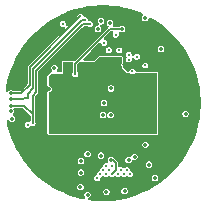
<source format=gbr>
%TF.GenerationSoftware,KiCad,Pcbnew,9.0.7+1*%
%TF.CreationDate,2026-02-20T15:02:05+00:00*%
%TF.ProjectId,ZSWatch-Extension,5a535761-7463-4682-9d45-7874656e7369,1.0.0*%
%TF.SameCoordinates,Original*%
%TF.FileFunction,Copper,L3,Inr*%
%TF.FilePolarity,Positive*%
%FSLAX46Y46*%
G04 Gerber Fmt 4.6, Leading zero omitted, Abs format (unit mm)*
G04 Created by KiCad (PCBNEW 9.0.7+1) date 2026-02-20 15:02:05*
%MOMM*%
%LPD*%
G01*
G04 APERTURE LIST*
%TA.AperFunction,ViaPad*%
%ADD10C,0.350000*%
%TD*%
%TA.AperFunction,ViaPad*%
%ADD11C,0.302400*%
%TD*%
%TA.AperFunction,Conductor*%
%ADD12C,0.150000*%
%TD*%
G04 APERTURE END LIST*
D10*
%TO.N,GND*%
X207112500Y-144143000D03*
X200400000Y-148800000D03*
X209700000Y-143993000D03*
D11*
X209350000Y-146400000D03*
D10*
X209500000Y-146880000D03*
X212000000Y-151400000D03*
D11*
X206800000Y-146700000D03*
X204875000Y-142275000D03*
X201247524Y-146516942D03*
X200200000Y-144666584D03*
X200379773Y-147420227D03*
%TO.N,PD_GND*%
X203725000Y-147325000D03*
X204000000Y-148900000D03*
X204000000Y-148375000D03*
X202700000Y-148525000D03*
X201650000Y-150775000D03*
X204775000Y-147325000D03*
X202175000Y-151300000D03*
X202175000Y-150775000D03*
X201650000Y-149050000D03*
X204250000Y-147325000D03*
X202175000Y-148525000D03*
X202700000Y-151300000D03*
X201650000Y-151300000D03*
X202175000Y-149050000D03*
X202700000Y-149050000D03*
X202700000Y-150775000D03*
D10*
%TO.N,GNDA*%
X206842069Y-157435457D03*
D11*
X207275000Y-156005000D03*
D10*
X203700000Y-154300000D03*
X203700000Y-157745000D03*
X208900000Y-155200000D03*
X205300000Y-157500000D03*
X209400000Y-156345000D03*
D11*
X206775000Y-156005000D03*
X205275000Y-156005000D03*
D10*
%TO.N,VSYS*%
X205100000Y-150000000D03*
X197200000Y-150700000D03*
X209900000Y-145400000D03*
X203100000Y-157105000D03*
D11*
%TO.N,Net-(IC503-LED3-DRV)*%
X207890354Y-146060790D03*
D10*
X205687500Y-148737500D03*
D11*
%TO.N,Net-(IC503-LED1-DRV)*%
X207500000Y-147300000D03*
D10*
X205000000Y-151000000D03*
D11*
%TO.N,Net-(IC503-LED2-DRV)*%
X208600000Y-146800000D03*
D10*
X205650000Y-151000000D03*
%TO.N,/Project Architecture/Audio/I2C_SCL*%
X197200000Y-149650000D03*
D11*
X198630659Y-151830659D03*
X205775000Y-155325000D03*
X203500000Y-142972581D03*
X198616200Y-149583800D03*
%TO.N,/Project Architecture/Audio/I2C_SDA*%
X203900000Y-143300000D03*
D10*
X197181864Y-150198937D03*
D11*
X199048798Y-151700000D03*
X205525000Y-155665000D03*
%TO.N,/Project Architecture/Connectors/Status*%
X203100000Y-142656284D03*
D10*
X197200000Y-149172528D03*
D11*
%TO.N,Net-(IC601-VREF)*%
X205775000Y-156005000D03*
D10*
X205675000Y-154825000D03*
%TO.N,Net-(IC601-HPCFN)*%
X207675000Y-154525000D03*
D11*
X207025000Y-155665000D03*
D10*
%TO.N,Net-(IC601-SP_P)*%
X203125000Y-154875000D03*
D11*
X204775000Y-156005000D03*
%TO.N,Net-(IC601-SP_N)*%
X204525000Y-156345000D03*
D10*
X203125001Y-155875000D03*
D11*
%TO.N,Net-(IC501-SCLK_{SENSOR})*%
X205100000Y-144900000D03*
D10*
X205600000Y-143200000D03*
%TO.N,/Project Architecture/Heartrate/INT_{ACC}*%
X206612502Y-143712500D03*
D11*
X202653033Y-147529741D03*
%TO.N,Net-(IC501-MOSI_{SENSOR})*%
X206400000Y-145500000D03*
%TO.N,Net-(IC501-CS_{PPG})*%
X205500000Y-145500000D03*
%TO.N,Net-(IC501-CS_{ACC})*%
X201606169Y-143268723D03*
D10*
X204600000Y-143700000D03*
D11*
%TO.N,Net-(IC501-INT_{PPG})*%
X207200000Y-145900000D03*
%TO.N,Net-(IC501-MISO_{SENSOR})*%
X206100000Y-144200000D03*
%TO.N,/Project Architecture/Audio/I2S_DIN*%
X206525000Y-155665000D03*
D10*
X207175000Y-154825000D03*
D11*
%TO.N,/Project Architecture/Audio/I2S_MCLK*%
X205025000Y-155665000D03*
D10*
X208600000Y-153500000D03*
%TO.N,/Project Architecture/Connectors/+1V8_HR*%
X200900000Y-147000000D03*
X208572500Y-142800000D03*
D11*
X207202395Y-146302417D03*
D10*
X197290188Y-151299806D03*
X204850000Y-143040000D03*
D11*
%TO.N,/Project Architecture/Audio/+1V8_PA*%
X206275000Y-156005000D03*
D10*
X204845000Y-154445000D03*
X212000000Y-150900000D03*
D11*
X205275000Y-155325000D03*
%TD*%
D12*
%TO.N,/Project Architecture/Audio/I2C_SCL*%
X199076484Y-147123516D02*
X203227419Y-142972581D01*
X198616200Y-149183800D02*
X199076484Y-148723516D01*
X198332400Y-149583800D02*
X198616200Y-149583800D01*
X197200000Y-149650000D02*
X198266200Y-149650000D01*
X203227419Y-142972581D02*
X203500000Y-142972581D01*
X198266200Y-149650000D02*
X198332400Y-149583800D01*
X199076484Y-148723516D02*
X199076484Y-147123516D01*
X198616200Y-149583800D02*
X198616200Y-149183800D01*
%TO.N,/Project Architecture/Audio/I2C_SDA*%
X199048798Y-149351202D02*
X199327484Y-149072516D01*
X197186533Y-150200000D02*
X198300000Y-150200000D01*
X199048798Y-151700000D02*
X199048798Y-150948798D01*
X203300000Y-143300000D02*
X203900000Y-143300000D01*
X199048798Y-150948798D02*
X199048798Y-149351202D01*
X199327484Y-147272516D02*
X203300000Y-143300000D01*
X198300000Y-150200000D02*
X199048798Y-150948798D01*
X199327484Y-149072516D02*
X199327484Y-147272516D01*
X197185470Y-150198937D02*
X197186533Y-150200000D01*
X197181864Y-150198937D02*
X197185470Y-150198937D01*
%TO.N,/Project Architecture/Connectors/Status*%
X197200000Y-149172528D02*
X198100000Y-149172528D01*
X198800000Y-146956284D02*
X203100000Y-142656284D01*
X198800000Y-148472528D02*
X198800000Y-146956284D01*
X198100000Y-149172528D02*
X198800000Y-148472528D01*
%TO.N,Net-(IC601-VREF)*%
X205850000Y-154825000D02*
X206102200Y-155077200D01*
X205675000Y-154825000D02*
X205850000Y-154825000D01*
X206102200Y-155077200D02*
X206102200Y-155677800D01*
X206102200Y-155677800D02*
X205775000Y-156005000D01*
%TO.N,/Project Architecture/Heartrate/INT_{ACC}*%
X202653033Y-146646967D02*
X202653033Y-147529741D01*
X206612502Y-143712500D02*
X205587500Y-143712500D01*
X205587500Y-143712500D02*
X202653033Y-146646967D01*
%TD*%
%TA.AperFunction,Conductor*%
%TO.N,PD_GND*%
G36*
X206585648Y-146114352D02*
G01*
X206600000Y-146149000D01*
X206600000Y-146523745D01*
X206588057Y-146552575D01*
X206589302Y-146553407D01*
X206586620Y-146557421D01*
X206548300Y-146649932D01*
X206548300Y-146750067D01*
X206555994Y-146768642D01*
X206586619Y-146842577D01*
X206586620Y-146842578D01*
X206589302Y-146846593D01*
X206588055Y-146847425D01*
X206600000Y-146876244D01*
X206600000Y-147000000D01*
X207050000Y-147450000D01*
X207273746Y-147450000D01*
X207308394Y-147464352D01*
X207357423Y-147513381D01*
X207449934Y-147551700D01*
X207449936Y-147551700D01*
X207550064Y-147551700D01*
X207550066Y-147551700D01*
X207642577Y-147513381D01*
X207691606Y-147464351D01*
X207726254Y-147450000D01*
X209551000Y-147450000D01*
X209585648Y-147464352D01*
X209600000Y-147499000D01*
X209600000Y-152526000D01*
X209585648Y-152560648D01*
X209551000Y-152575000D01*
X200449000Y-152575000D01*
X200414352Y-152560648D01*
X200400000Y-152526000D01*
X200400000Y-150945198D01*
X204724500Y-150945198D01*
X204724500Y-150945200D01*
X204724500Y-151054800D01*
X204766443Y-151156058D01*
X204766444Y-151156059D01*
X204766445Y-151156061D01*
X204843939Y-151233555D01*
X204843940Y-151233555D01*
X204843942Y-151233557D01*
X204945200Y-151275500D01*
X204945202Y-151275500D01*
X205054798Y-151275500D01*
X205054800Y-151275500D01*
X205156058Y-151233557D01*
X205156060Y-151233555D01*
X205156061Y-151233555D01*
X205233555Y-151156061D01*
X205233555Y-151156060D01*
X205233557Y-151156058D01*
X205275500Y-151054800D01*
X205275500Y-150945200D01*
X205275499Y-150945198D01*
X205374500Y-150945198D01*
X205374500Y-150945200D01*
X205374500Y-151054800D01*
X205416443Y-151156058D01*
X205416444Y-151156059D01*
X205416445Y-151156061D01*
X205493939Y-151233555D01*
X205493940Y-151233555D01*
X205493942Y-151233557D01*
X205595200Y-151275500D01*
X205595202Y-151275500D01*
X205704798Y-151275500D01*
X205704800Y-151275500D01*
X205806058Y-151233557D01*
X205806060Y-151233555D01*
X205806061Y-151233555D01*
X205883555Y-151156061D01*
X205883555Y-151156060D01*
X205883557Y-151156058D01*
X205925500Y-151054800D01*
X205925500Y-150945200D01*
X205883557Y-150843942D01*
X205883555Y-150843940D01*
X205883555Y-150843939D01*
X205806061Y-150766445D01*
X205806059Y-150766444D01*
X205806058Y-150766443D01*
X205746744Y-150741874D01*
X205704801Y-150724500D01*
X205704800Y-150724500D01*
X205595200Y-150724500D01*
X205595198Y-150724500D01*
X205493940Y-150766444D01*
X205416444Y-150843940D01*
X205374500Y-150945198D01*
X205275499Y-150945198D01*
X205233557Y-150843942D01*
X205233555Y-150843940D01*
X205233555Y-150843939D01*
X205156061Y-150766445D01*
X205156059Y-150766444D01*
X205156058Y-150766443D01*
X205096744Y-150741874D01*
X205054801Y-150724500D01*
X205054800Y-150724500D01*
X204945200Y-150724500D01*
X204945198Y-150724500D01*
X204843940Y-150766444D01*
X204766444Y-150843940D01*
X204724500Y-150945198D01*
X200400000Y-150945198D01*
X200400000Y-149945198D01*
X204824500Y-149945198D01*
X204824500Y-149945200D01*
X204824500Y-150054800D01*
X204866443Y-150156058D01*
X204866444Y-150156059D01*
X204866445Y-150156061D01*
X204943939Y-150233555D01*
X204943940Y-150233555D01*
X204943942Y-150233557D01*
X205045200Y-150275500D01*
X205045202Y-150275500D01*
X205154798Y-150275500D01*
X205154800Y-150275500D01*
X205256058Y-150233557D01*
X205256060Y-150233555D01*
X205256061Y-150233555D01*
X205333555Y-150156061D01*
X205333555Y-150156060D01*
X205333557Y-150156058D01*
X205375500Y-150054800D01*
X205375500Y-149945200D01*
X205333557Y-149843942D01*
X205333555Y-149843940D01*
X205333555Y-149843939D01*
X205256061Y-149766445D01*
X205256059Y-149766444D01*
X205256058Y-149766443D01*
X205196744Y-149741874D01*
X205154801Y-149724500D01*
X205154800Y-149724500D01*
X205045200Y-149724500D01*
X205045198Y-149724500D01*
X204943940Y-149766444D01*
X204866444Y-149843940D01*
X204824500Y-149945198D01*
X200400000Y-149945198D01*
X200400000Y-149124500D01*
X200414352Y-149089852D01*
X200449000Y-149075500D01*
X200454798Y-149075500D01*
X200454800Y-149075500D01*
X200556058Y-149033557D01*
X200556060Y-149033555D01*
X200556061Y-149033555D01*
X200633555Y-148956061D01*
X200633555Y-148956060D01*
X200633557Y-148956058D01*
X200675500Y-148854800D01*
X200675500Y-148745200D01*
X200668841Y-148729125D01*
X200655380Y-148696625D01*
X200649611Y-148682698D01*
X205412000Y-148682698D01*
X205412000Y-148682700D01*
X205412000Y-148792300D01*
X205453943Y-148893558D01*
X205453944Y-148893559D01*
X205453945Y-148893561D01*
X205531439Y-148971055D01*
X205531440Y-148971055D01*
X205531442Y-148971057D01*
X205632700Y-149013000D01*
X205632702Y-149013000D01*
X205742298Y-149013000D01*
X205742300Y-149013000D01*
X205843558Y-148971057D01*
X205843560Y-148971055D01*
X205843561Y-148971055D01*
X205921055Y-148893561D01*
X205921055Y-148893560D01*
X205921057Y-148893558D01*
X205963000Y-148792300D01*
X205963000Y-148682700D01*
X205921057Y-148581442D01*
X205921055Y-148581440D01*
X205921055Y-148581439D01*
X205843561Y-148503945D01*
X205843559Y-148503944D01*
X205843558Y-148503943D01*
X205784244Y-148479374D01*
X205742301Y-148462000D01*
X205742300Y-148462000D01*
X205632700Y-148462000D01*
X205632698Y-148462000D01*
X205531440Y-148503944D01*
X205453944Y-148581440D01*
X205412000Y-148682698D01*
X200649611Y-148682698D01*
X200633556Y-148643940D01*
X200556061Y-148566445D01*
X200556059Y-148566444D01*
X200556058Y-148566443D01*
X200496744Y-148541874D01*
X200454801Y-148524500D01*
X200454800Y-148524500D01*
X200449000Y-148524500D01*
X200414352Y-148510148D01*
X200400000Y-148475500D01*
X200400000Y-147717027D01*
X200414352Y-147682379D01*
X200430249Y-147671757D01*
X200522350Y-147633608D01*
X200522351Y-147633606D01*
X200522353Y-147633606D01*
X200593152Y-147562807D01*
X200593152Y-147562806D01*
X200593154Y-147562804D01*
X200606639Y-147530247D01*
X200633158Y-147503730D01*
X200651909Y-147500000D01*
X201600000Y-147500000D01*
X201600000Y-146549000D01*
X201614352Y-146514352D01*
X201649000Y-146500000D01*
X202450615Y-146500000D01*
X202485263Y-146514352D01*
X202499615Y-146549000D01*
X202495885Y-146567751D01*
X202477534Y-146612054D01*
X202477533Y-146612060D01*
X202477533Y-147328986D01*
X202463181Y-147363634D01*
X202439653Y-147387162D01*
X202401333Y-147479673D01*
X202401333Y-147479675D01*
X202401333Y-147579807D01*
X202439652Y-147672318D01*
X202439653Y-147672319D01*
X202439654Y-147672321D01*
X202510453Y-147743120D01*
X202510454Y-147743120D01*
X202510456Y-147743122D01*
X202602967Y-147781441D01*
X202602969Y-147781441D01*
X202703097Y-147781441D01*
X202703099Y-147781441D01*
X202795610Y-147743122D01*
X202795612Y-147743120D01*
X202795613Y-147743120D01*
X202866412Y-147672321D01*
X202866412Y-147672320D01*
X202866414Y-147672318D01*
X202904733Y-147579807D01*
X202904733Y-147479675D01*
X202866414Y-147387164D01*
X202866412Y-147387162D01*
X202866412Y-147387161D01*
X202842885Y-147363634D01*
X202828533Y-147328986D01*
X202828533Y-146739958D01*
X202842885Y-146705310D01*
X203033843Y-146514352D01*
X203068491Y-146500000D01*
X204339999Y-146500000D01*
X204340000Y-146500000D01*
X204709537Y-146115066D01*
X204743885Y-146100010D01*
X204744885Y-146100000D01*
X206551000Y-146100000D01*
X206585648Y-146114352D01*
G37*
%TD.AperFunction*%
%TD*%
%TA.AperFunction,Conductor*%
%TO.N,GND*%
G36*
X205275595Y-141705209D02*
G01*
X205809456Y-141740199D01*
X205817524Y-141740994D01*
X206347943Y-141810826D01*
X206355921Y-141812143D01*
X206880647Y-141916518D01*
X206888509Y-141918350D01*
X207405310Y-142056827D01*
X207413062Y-142059178D01*
X207919652Y-142231143D01*
X207927246Y-142234001D01*
X208336779Y-142403635D01*
X208391182Y-142447476D01*
X208413247Y-142513770D01*
X208395968Y-142581469D01*
X208377008Y-142605876D01*
X208338944Y-142643940D01*
X208301071Y-142735373D01*
X208297000Y-142745200D01*
X208297000Y-142854800D01*
X208338943Y-142956058D01*
X208416442Y-143033557D01*
X208517700Y-143075500D01*
X208517701Y-143075500D01*
X208627299Y-143075500D01*
X208627300Y-143075500D01*
X208728558Y-143033557D01*
X208806057Y-142956058D01*
X208848000Y-142854800D01*
X208848000Y-142854794D01*
X208850382Y-142842823D01*
X208852372Y-142843218D01*
X208867685Y-142791072D01*
X208920489Y-142745317D01*
X208989647Y-142735373D01*
X209033997Y-142750723D01*
X209379192Y-142950021D01*
X209386063Y-142954294D01*
X209643258Y-143126146D01*
X209830899Y-143251524D01*
X209837494Y-143256250D01*
X209914709Y-143315499D01*
X210261937Y-143581937D01*
X210268186Y-143587065D01*
X210670425Y-143939819D01*
X210676347Y-143945366D01*
X211054633Y-144323652D01*
X211060180Y-144329574D01*
X211412931Y-144731810D01*
X211418065Y-144738065D01*
X211545692Y-144904392D01*
X211743749Y-145162505D01*
X211748475Y-145169100D01*
X212045699Y-145613926D01*
X212049984Y-145620817D01*
X212317476Y-146084127D01*
X212321301Y-146091283D01*
X212557917Y-146571094D01*
X212561266Y-146578485D01*
X212765998Y-147072753D01*
X212768856Y-147080347D01*
X212940818Y-147586930D01*
X212943174Y-147594695D01*
X213081644Y-148111470D01*
X213083486Y-148119373D01*
X213187853Y-148644064D01*
X213189175Y-148652070D01*
X213259004Y-149182472D01*
X213259800Y-149190547D01*
X213294791Y-149724404D01*
X213295056Y-149732514D01*
X213295056Y-150267485D01*
X213294791Y-150275595D01*
X213259800Y-150809452D01*
X213259004Y-150817527D01*
X213189175Y-151347929D01*
X213187853Y-151355935D01*
X213083486Y-151880626D01*
X213081644Y-151888529D01*
X212943174Y-152405304D01*
X212940818Y-152413069D01*
X212768856Y-152919652D01*
X212765998Y-152927246D01*
X212561266Y-153421514D01*
X212557917Y-153428905D01*
X212321301Y-153908716D01*
X212317476Y-153915872D01*
X212049984Y-154379182D01*
X212045699Y-154386073D01*
X211748475Y-154830899D01*
X211743749Y-154837494D01*
X211418072Y-155261925D01*
X211412924Y-155268198D01*
X211060180Y-155670425D01*
X211054633Y-155676347D01*
X210676347Y-156054633D01*
X210670425Y-156060180D01*
X210268198Y-156412924D01*
X210261925Y-156418072D01*
X209837494Y-156743749D01*
X209830899Y-156748475D01*
X209386073Y-157045699D01*
X209379182Y-157049984D01*
X208915872Y-157317476D01*
X208908716Y-157321301D01*
X208428905Y-157557917D01*
X208421514Y-157561266D01*
X207927246Y-157765998D01*
X207919652Y-157768856D01*
X207413069Y-157940818D01*
X207405304Y-157943174D01*
X206888529Y-158081644D01*
X206880626Y-158083486D01*
X206355935Y-158187853D01*
X206347929Y-158189175D01*
X205817527Y-158259004D01*
X205809452Y-158259800D01*
X205275595Y-158294791D01*
X205267485Y-158295056D01*
X204732515Y-158295056D01*
X204724405Y-158294791D01*
X204190547Y-158259800D01*
X204182472Y-158259004D01*
X203879831Y-158219161D01*
X203815934Y-158190895D01*
X203777463Y-158132570D01*
X203776632Y-158062706D01*
X203813704Y-158003482D01*
X203848564Y-157981661D01*
X203856058Y-157978557D01*
X203933557Y-157901058D01*
X203975500Y-157799800D01*
X203975500Y-157690200D01*
X203933557Y-157588942D01*
X203856058Y-157511443D01*
X203754800Y-157469500D01*
X203645200Y-157469500D01*
X203645199Y-157469500D01*
X203543940Y-157511444D01*
X203466444Y-157588940D01*
X203433276Y-157669014D01*
X203424500Y-157690200D01*
X203424500Y-157799800D01*
X203466443Y-157901058D01*
X203466444Y-157901059D01*
X203491301Y-157925916D01*
X203524786Y-157987239D01*
X203519802Y-158056931D01*
X203477930Y-158112864D01*
X203412466Y-158137281D01*
X203379429Y-158135214D01*
X203119373Y-158083486D01*
X203111470Y-158081644D01*
X202594695Y-157943174D01*
X202586930Y-157940818D01*
X202080347Y-157768856D01*
X202072753Y-157765998D01*
X201578485Y-157561266D01*
X201571094Y-157557917D01*
X201342526Y-157445200D01*
X205024500Y-157445200D01*
X205024500Y-157554800D01*
X205066443Y-157656058D01*
X205143942Y-157733557D01*
X205245200Y-157775500D01*
X205245201Y-157775500D01*
X205354799Y-157775500D01*
X205354800Y-157775500D01*
X205456058Y-157733557D01*
X205533557Y-157656058D01*
X205575500Y-157554800D01*
X205575500Y-157445200D01*
X205548765Y-157380657D01*
X206566569Y-157380657D01*
X206566569Y-157490257D01*
X206608512Y-157591515D01*
X206686011Y-157669014D01*
X206787269Y-157710957D01*
X206787270Y-157710957D01*
X206896868Y-157710957D01*
X206896869Y-157710957D01*
X206998127Y-157669014D01*
X207075626Y-157591515D01*
X207117569Y-157490257D01*
X207117569Y-157380657D01*
X207075626Y-157279399D01*
X206998127Y-157201900D01*
X206896869Y-157159957D01*
X206787269Y-157159957D01*
X206787268Y-157159957D01*
X206686009Y-157201901D01*
X206608513Y-157279397D01*
X206584008Y-157338557D01*
X206566569Y-157380657D01*
X205548765Y-157380657D01*
X205533557Y-157343942D01*
X205456058Y-157266443D01*
X205354800Y-157224500D01*
X205245200Y-157224500D01*
X205245199Y-157224500D01*
X205173596Y-157254159D01*
X205156943Y-157261058D01*
X205143940Y-157266444D01*
X205066444Y-157343940D01*
X205051235Y-157380658D01*
X205024500Y-157445200D01*
X201342526Y-157445200D01*
X201091283Y-157321301D01*
X201084127Y-157317476D01*
X200811024Y-157159800D01*
X200621192Y-157050200D01*
X202824500Y-157050200D01*
X202824500Y-157159800D01*
X202866443Y-157261058D01*
X202943942Y-157338557D01*
X203045200Y-157380500D01*
X203045201Y-157380500D01*
X203154799Y-157380500D01*
X203154800Y-157380500D01*
X203256058Y-157338557D01*
X203333557Y-157261058D01*
X203375500Y-157159800D01*
X203375500Y-157050200D01*
X203333557Y-156948942D01*
X203256058Y-156871443D01*
X203154800Y-156829500D01*
X203045200Y-156829500D01*
X203045199Y-156829500D01*
X202943940Y-156871444D01*
X202866444Y-156948940D01*
X202866443Y-156948941D01*
X202866443Y-156948942D01*
X202824500Y-157050200D01*
X200621192Y-157050200D01*
X200620816Y-157049983D01*
X200613926Y-157045699D01*
X200169100Y-156748475D01*
X200162505Y-156743749D01*
X199920931Y-156558383D01*
X199738065Y-156418065D01*
X199731810Y-156412931D01*
X199597261Y-156294935D01*
X204273300Y-156294935D01*
X204273300Y-156395064D01*
X204273301Y-156395069D01*
X204311616Y-156487574D01*
X204382425Y-156558383D01*
X204453973Y-156588017D01*
X204474934Y-156596700D01*
X204474936Y-156596700D01*
X204575064Y-156596700D01*
X204575066Y-156596700D01*
X204628672Y-156574496D01*
X204667574Y-156558383D01*
X204667575Y-156558381D01*
X204667577Y-156558381D01*
X204738381Y-156487577D01*
X204738381Y-156487575D01*
X204738383Y-156487574D01*
X204757540Y-156441321D01*
X204776700Y-156395066D01*
X204776700Y-156359588D01*
X204779924Y-156348605D01*
X204778734Y-156337220D01*
X204789591Y-156315684D01*
X204796385Y-156292549D01*
X204798826Y-156290200D01*
X209124500Y-156290200D01*
X209124500Y-156399800D01*
X209166443Y-156501058D01*
X209243942Y-156578557D01*
X209345200Y-156620500D01*
X209345201Y-156620500D01*
X209454799Y-156620500D01*
X209454800Y-156620500D01*
X209556058Y-156578557D01*
X209633557Y-156501058D01*
X209675500Y-156399800D01*
X209675500Y-156290200D01*
X209633557Y-156188942D01*
X209556058Y-156111443D01*
X209454800Y-156069500D01*
X209345200Y-156069500D01*
X209345199Y-156069500D01*
X209287742Y-156093300D01*
X209250910Y-156108557D01*
X209243940Y-156111444D01*
X209166444Y-156188940D01*
X209166443Y-156188941D01*
X209166443Y-156188942D01*
X209124500Y-156290200D01*
X204798826Y-156290200D01*
X204805845Y-156283447D01*
X204810189Y-156274831D01*
X204826622Y-156263455D01*
X204837734Y-156252765D01*
X204845222Y-156248351D01*
X204917577Y-156218381D01*
X204948459Y-156187498D01*
X204962034Y-156179497D01*
X204981249Y-156174651D01*
X204998642Y-156165154D01*
X205014431Y-156166283D01*
X205029782Y-156162412D01*
X205048566Y-156168724D01*
X205068334Y-156170138D01*
X205085385Y-156181096D01*
X205096013Y-156184668D01*
X205101394Y-156191385D01*
X205112681Y-156198639D01*
X205132425Y-156218383D01*
X205203973Y-156248017D01*
X205224934Y-156256700D01*
X205224936Y-156256700D01*
X205325064Y-156256700D01*
X205325066Y-156256700D01*
X205371321Y-156237540D01*
X205417574Y-156218383D01*
X205417575Y-156218381D01*
X205417577Y-156218381D01*
X205437319Y-156198639D01*
X205498642Y-156165154D01*
X205568334Y-156170138D01*
X205612681Y-156198639D01*
X205632425Y-156218383D01*
X205703973Y-156248017D01*
X205724934Y-156256700D01*
X205724936Y-156256700D01*
X205825064Y-156256700D01*
X205825066Y-156256700D01*
X205871321Y-156237540D01*
X205917574Y-156218383D01*
X205917575Y-156218381D01*
X205917577Y-156218381D01*
X205937319Y-156198639D01*
X205998642Y-156165154D01*
X206068334Y-156170138D01*
X206112681Y-156198639D01*
X206132425Y-156218383D01*
X206203973Y-156248017D01*
X206224934Y-156256700D01*
X206224936Y-156256700D01*
X206325064Y-156256700D01*
X206325066Y-156256700D01*
X206371321Y-156237540D01*
X206417574Y-156218383D01*
X206417575Y-156218381D01*
X206417577Y-156218381D01*
X206437319Y-156198639D01*
X206498642Y-156165154D01*
X206568334Y-156170138D01*
X206612681Y-156198639D01*
X206632425Y-156218383D01*
X206703973Y-156248017D01*
X206724934Y-156256700D01*
X206724936Y-156256700D01*
X206825064Y-156256700D01*
X206825066Y-156256700D01*
X206871321Y-156237540D01*
X206917574Y-156218383D01*
X206917575Y-156218381D01*
X206917577Y-156218381D01*
X206937319Y-156198639D01*
X206998642Y-156165154D01*
X207068334Y-156170138D01*
X207112681Y-156198639D01*
X207132425Y-156218383D01*
X207203973Y-156248017D01*
X207224934Y-156256700D01*
X207224936Y-156256700D01*
X207325064Y-156256700D01*
X207325066Y-156256700D01*
X207371321Y-156237540D01*
X207417574Y-156218383D01*
X207417575Y-156218381D01*
X207417577Y-156218381D01*
X207488381Y-156147577D01*
X207488381Y-156147575D01*
X207488383Y-156147574D01*
X207520721Y-156069500D01*
X207526700Y-156055066D01*
X207526700Y-155954934D01*
X207510863Y-155916700D01*
X207488383Y-155862425D01*
X207417575Y-155791617D01*
X207353247Y-155764972D01*
X207298844Y-155721131D01*
X207276779Y-155654837D01*
X207276700Y-155650411D01*
X207276700Y-155614935D01*
X207276698Y-155614930D01*
X207274999Y-155610829D01*
X207260863Y-155576700D01*
X207238383Y-155522425D01*
X207167574Y-155451616D01*
X207075069Y-155413301D01*
X207075067Y-155413300D01*
X207075066Y-155413300D01*
X206974934Y-155413300D01*
X206974932Y-155413300D01*
X206974930Y-155413301D01*
X206882425Y-155451616D01*
X206882423Y-155451618D01*
X206862681Y-155471361D01*
X206801358Y-155504846D01*
X206731666Y-155499862D01*
X206687319Y-155471361D01*
X206667574Y-155451616D01*
X206575069Y-155413301D01*
X206575067Y-155413300D01*
X206575066Y-155413300D01*
X206474934Y-155413300D01*
X206474932Y-155413300D01*
X206449151Y-155423979D01*
X206416528Y-155427485D01*
X206384053Y-155432155D01*
X206381963Y-155431200D01*
X206379681Y-155431446D01*
X206350350Y-155416763D01*
X206320497Y-155403130D01*
X206319255Y-155401197D01*
X206317202Y-155400170D01*
X206300458Y-155371949D01*
X206282723Y-155344352D01*
X206282287Y-155341322D01*
X206281551Y-155340081D01*
X206277700Y-155309417D01*
X206277700Y-155145200D01*
X208624500Y-155145200D01*
X208624500Y-155254800D01*
X208666443Y-155356058D01*
X208743942Y-155433557D01*
X208845200Y-155475500D01*
X208845201Y-155475500D01*
X208954799Y-155475500D01*
X208954800Y-155475500D01*
X209056058Y-155433557D01*
X209133557Y-155356058D01*
X209175500Y-155254800D01*
X209175500Y-155145200D01*
X209133557Y-155043942D01*
X209056058Y-154966443D01*
X208954800Y-154924500D01*
X208845200Y-154924500D01*
X208845199Y-154924500D01*
X208743940Y-154966444D01*
X208666444Y-155043940D01*
X208632225Y-155126551D01*
X208624500Y-155145200D01*
X206277700Y-155145200D01*
X206277700Y-155126551D01*
X206277701Y-155126542D01*
X206277701Y-155042292D01*
X206277701Y-155042291D01*
X206250982Y-154977787D01*
X206250980Y-154977785D01*
X206250980Y-154977784D01*
X206118864Y-154845668D01*
X206043396Y-154770200D01*
X206899500Y-154770200D01*
X206899500Y-154879800D01*
X206941443Y-154981058D01*
X207018942Y-155058557D01*
X207120200Y-155100500D01*
X207120201Y-155100500D01*
X207229799Y-155100500D01*
X207229800Y-155100500D01*
X207331058Y-155058557D01*
X207408557Y-154981058D01*
X207450500Y-154879800D01*
X207450500Y-154879799D01*
X207455174Y-154868516D01*
X207458847Y-154870037D01*
X207480881Y-154827893D01*
X207541589Y-154793307D01*
X207611360Y-154797032D01*
X207617561Y-154799407D01*
X207620200Y-154800500D01*
X207620202Y-154800500D01*
X207729799Y-154800500D01*
X207729800Y-154800500D01*
X207831058Y-154758557D01*
X207908557Y-154681058D01*
X207950500Y-154579800D01*
X207950500Y-154470200D01*
X207908557Y-154368942D01*
X207831058Y-154291443D01*
X207729800Y-154249500D01*
X207620200Y-154249500D01*
X207620199Y-154249500D01*
X207518940Y-154291444D01*
X207441444Y-154368940D01*
X207441443Y-154368941D01*
X207441443Y-154368942D01*
X207399500Y-154470199D01*
X207394826Y-154481484D01*
X207391158Y-154479964D01*
X207369068Y-154522157D01*
X207308340Y-154556709D01*
X207238572Y-154552943D01*
X207232413Y-154550582D01*
X207229802Y-154549500D01*
X207229800Y-154549500D01*
X207120200Y-154549500D01*
X207120199Y-154549500D01*
X207018940Y-154591444D01*
X206941444Y-154668940D01*
X206904323Y-154758557D01*
X206899500Y-154770200D01*
X206043396Y-154770200D01*
X205949412Y-154676217D01*
X205914877Y-154661913D01*
X205874647Y-154635032D01*
X205831059Y-154591444D01*
X205831058Y-154591443D01*
X205729800Y-154549500D01*
X205620200Y-154549500D01*
X205620199Y-154549500D01*
X205518940Y-154591444D01*
X205441444Y-154668940D01*
X205399500Y-154770199D01*
X205399500Y-154879800D01*
X205408632Y-154901846D01*
X205416101Y-154971316D01*
X205384826Y-155033795D01*
X205324738Y-155069448D01*
X205294071Y-155073300D01*
X205224934Y-155073300D01*
X205224932Y-155073300D01*
X205224930Y-155073301D01*
X205132425Y-155111616D01*
X205061616Y-155182425D01*
X205023301Y-155274930D01*
X205023300Y-155274935D01*
X205023300Y-155310411D01*
X205003615Y-155377450D01*
X204950811Y-155423205D01*
X204946753Y-155424972D01*
X204882424Y-155451617D01*
X204811616Y-155522425D01*
X204773301Y-155614930D01*
X204773300Y-155614935D01*
X204773300Y-155650411D01*
X204753615Y-155717450D01*
X204700811Y-155763205D01*
X204696753Y-155764972D01*
X204632424Y-155791617D01*
X204561616Y-155862425D01*
X204523301Y-155954930D01*
X204523300Y-155954935D01*
X204523300Y-155990411D01*
X204503615Y-156057450D01*
X204450811Y-156103205D01*
X204446753Y-156104972D01*
X204382424Y-156131617D01*
X204311616Y-156202425D01*
X204273301Y-156294930D01*
X204273300Y-156294935D01*
X199597261Y-156294935D01*
X199329574Y-156060180D01*
X199323652Y-156054633D01*
X199089219Y-155820200D01*
X202849501Y-155820200D01*
X202849501Y-155929800D01*
X202891444Y-156031058D01*
X202968943Y-156108557D01*
X203070201Y-156150500D01*
X203070202Y-156150500D01*
X203179800Y-156150500D01*
X203179801Y-156150500D01*
X203281059Y-156108557D01*
X203358558Y-156031058D01*
X203400501Y-155929800D01*
X203400501Y-155820200D01*
X203358558Y-155718942D01*
X203281059Y-155641443D01*
X203179801Y-155599500D01*
X203070201Y-155599500D01*
X203070200Y-155599500D01*
X202968941Y-155641444D01*
X202891445Y-155718940D01*
X202852074Y-155813989D01*
X202849501Y-155820200D01*
X199089219Y-155820200D01*
X198945366Y-155676347D01*
X198939819Y-155670425D01*
X198914403Y-155641444D01*
X198587065Y-155268186D01*
X198581937Y-155261937D01*
X198256242Y-154837483D01*
X198251524Y-154830899D01*
X198244375Y-154820200D01*
X202849500Y-154820200D01*
X202849500Y-154929800D01*
X202891443Y-155031058D01*
X202968942Y-155108557D01*
X203070200Y-155150500D01*
X203070201Y-155150500D01*
X203179799Y-155150500D01*
X203179800Y-155150500D01*
X203281058Y-155108557D01*
X203358557Y-155031058D01*
X203400500Y-154929800D01*
X203400500Y-154820200D01*
X203358557Y-154718942D01*
X203281058Y-154641443D01*
X203179800Y-154599500D01*
X203070200Y-154599500D01*
X203070199Y-154599500D01*
X202998596Y-154629159D01*
X202984420Y-154635032D01*
X202968940Y-154641444D01*
X202891444Y-154718940D01*
X202857661Y-154800499D01*
X202849500Y-154820200D01*
X198244375Y-154820200D01*
X198120650Y-154635032D01*
X197954294Y-154386063D01*
X197950015Y-154379182D01*
X197944102Y-154368940D01*
X197872661Y-154245200D01*
X203424500Y-154245200D01*
X203424500Y-154354800D01*
X203466443Y-154456058D01*
X203543942Y-154533557D01*
X203645200Y-154575500D01*
X203645201Y-154575500D01*
X203754799Y-154575500D01*
X203754800Y-154575500D01*
X203856058Y-154533557D01*
X203933557Y-154456058D01*
X203960837Y-154390200D01*
X204569500Y-154390200D01*
X204569500Y-154499800D01*
X204611443Y-154601058D01*
X204688942Y-154678557D01*
X204790200Y-154720500D01*
X204790201Y-154720500D01*
X204899799Y-154720500D01*
X204899800Y-154720500D01*
X205001058Y-154678557D01*
X205078557Y-154601058D01*
X205120500Y-154499800D01*
X205120500Y-154390200D01*
X205078557Y-154288942D01*
X205001058Y-154211443D01*
X204899800Y-154169500D01*
X204790200Y-154169500D01*
X204790199Y-154169500D01*
X204688940Y-154211444D01*
X204611444Y-154288940D01*
X204611443Y-154288941D01*
X204611443Y-154288942D01*
X204569500Y-154390200D01*
X203960837Y-154390200D01*
X203975500Y-154354800D01*
X203975500Y-154245200D01*
X203933557Y-154143942D01*
X203856058Y-154066443D01*
X203754800Y-154024500D01*
X203645200Y-154024500D01*
X203645199Y-154024500D01*
X203543940Y-154066444D01*
X203466444Y-154143940D01*
X203466443Y-154143941D01*
X203466443Y-154143942D01*
X203424500Y-154245200D01*
X197872661Y-154245200D01*
X197682518Y-153915862D01*
X197678698Y-153908716D01*
X197450119Y-153445200D01*
X208324500Y-153445200D01*
X208324500Y-153554800D01*
X208366443Y-153656058D01*
X208443942Y-153733557D01*
X208545200Y-153775500D01*
X208545201Y-153775500D01*
X208654799Y-153775500D01*
X208654800Y-153775500D01*
X208756058Y-153733557D01*
X208833557Y-153656058D01*
X208875500Y-153554800D01*
X208875500Y-153445200D01*
X208833557Y-153343942D01*
X208756058Y-153266443D01*
X208654800Y-153224500D01*
X208545200Y-153224500D01*
X208545199Y-153224500D01*
X208443940Y-153266444D01*
X208366444Y-153343940D01*
X208331250Y-153428905D01*
X208324500Y-153445200D01*
X197450119Y-153445200D01*
X197442076Y-153428891D01*
X197438739Y-153421527D01*
X197234000Y-152927244D01*
X197231143Y-152919652D01*
X197139813Y-152650602D01*
X197059178Y-152413062D01*
X197056825Y-152405304D01*
X196970292Y-152082359D01*
X196918350Y-151888509D01*
X196916518Y-151880647D01*
X196856000Y-151576402D01*
X196862227Y-151506811D01*
X196905090Y-151451634D01*
X196970980Y-151428390D01*
X197038977Y-151444458D01*
X197065298Y-151464531D01*
X197134130Y-151533363D01*
X197235388Y-151575306D01*
X197235389Y-151575306D01*
X197344987Y-151575306D01*
X197344988Y-151575306D01*
X197446246Y-151533363D01*
X197523745Y-151455864D01*
X197565688Y-151354606D01*
X197565688Y-151245006D01*
X197523745Y-151143748D01*
X197446246Y-151066249D01*
X197438270Y-151060920D01*
X197393464Y-151007309D01*
X197384755Y-150937984D01*
X197414909Y-150874956D01*
X197419461Y-150870153D01*
X197433557Y-150856058D01*
X197475500Y-150754800D01*
X197475500Y-150645200D01*
X197434803Y-150546951D01*
X197427335Y-150477485D01*
X197458609Y-150415005D01*
X197518698Y-150379352D01*
X197549365Y-150375500D01*
X198175943Y-150375500D01*
X198242982Y-150395185D01*
X198263624Y-150411819D01*
X198836979Y-150985173D01*
X198870464Y-151046496D01*
X198873298Y-151072854D01*
X198873298Y-151468179D01*
X198864651Y-151497626D01*
X198858122Y-151527621D01*
X198854373Y-151532626D01*
X198853613Y-151535218D01*
X198836967Y-151555873D01*
X198833454Y-151559385D01*
X198772126Y-151592861D01*
X198702435Y-151587867D01*
X198698332Y-151586252D01*
X198680726Y-151578959D01*
X198680725Y-151578959D01*
X198580593Y-151578959D01*
X198580591Y-151578959D01*
X198580589Y-151578960D01*
X198488084Y-151617275D01*
X198417275Y-151688084D01*
X198378960Y-151780589D01*
X198378959Y-151780594D01*
X198378959Y-151880723D01*
X198378960Y-151880728D01*
X198417275Y-151973233D01*
X198488084Y-152044042D01*
X198559632Y-152073676D01*
X198580593Y-152082359D01*
X198580595Y-152082359D01*
X198680723Y-152082359D01*
X198680725Y-152082359D01*
X198744388Y-152055989D01*
X198773232Y-152044042D01*
X198773232Y-152044041D01*
X198773236Y-152044040D01*
X198844040Y-151973236D01*
X198844041Y-151973232D01*
X198845988Y-151971286D01*
X198907311Y-151937801D01*
X198977003Y-151942785D01*
X198981114Y-151944402D01*
X198998732Y-151951700D01*
X198998734Y-151951700D01*
X199098862Y-151951700D01*
X199098864Y-151951700D01*
X199148124Y-151931296D01*
X199191372Y-151913383D01*
X199191373Y-151913381D01*
X199191375Y-151913381D01*
X199262179Y-151842577D01*
X199262179Y-151842575D01*
X199262181Y-151842574D01*
X199287855Y-151780589D01*
X199300498Y-151750066D01*
X199300498Y-151649934D01*
X199286972Y-151617278D01*
X199262181Y-151557425D01*
X199260617Y-151555861D01*
X199258300Y-151551618D01*
X199255396Y-151547272D01*
X199255785Y-151547012D01*
X199227132Y-151494538D01*
X199224298Y-151468180D01*
X199224298Y-149475259D01*
X199243983Y-149408220D01*
X199260617Y-149387578D01*
X199476264Y-149171931D01*
X199476266Y-149171929D01*
X199502985Y-149107425D01*
X199502985Y-149037607D01*
X199502985Y-149027618D01*
X199502984Y-149027604D01*
X199502984Y-148475502D01*
X200294499Y-148475502D01*
X200302529Y-148515868D01*
X200302530Y-148515873D01*
X200310378Y-148534818D01*
X200316883Y-148550522D01*
X200316887Y-148550531D01*
X200316892Y-148550541D01*
X200324397Y-148565270D01*
X200324398Y-148565271D01*
X200373976Y-148607616D01*
X200373978Y-148607617D01*
X200408626Y-148621969D01*
X200408633Y-148621970D01*
X200414465Y-148623740D01*
X200414440Y-148623819D01*
X200431067Y-148628862D01*
X200473511Y-148646443D01*
X200513739Y-148673323D01*
X200526678Y-148686262D01*
X200553557Y-148726488D01*
X200560560Y-148743394D01*
X200570000Y-148790849D01*
X200570000Y-148809148D01*
X200560560Y-148856600D01*
X200553555Y-148873514D01*
X200548921Y-148880447D01*
X200547825Y-148885489D01*
X200526673Y-148913743D01*
X200513737Y-148926678D01*
X200473513Y-148953553D01*
X200431063Y-148971137D01*
X200414436Y-148976182D01*
X200414460Y-148976261D01*
X200408627Y-148978030D01*
X200373991Y-148992377D01*
X200373958Y-148992392D01*
X200359229Y-148999897D01*
X200359228Y-148999898D01*
X200316884Y-149049475D01*
X200302531Y-149084126D01*
X200302529Y-149084131D01*
X200294500Y-149124497D01*
X200294500Y-149124500D01*
X200294500Y-149966184D01*
X200294500Y-150966184D01*
X200294500Y-152526000D01*
X200294500Y-152526002D01*
X200294499Y-152526002D01*
X200302529Y-152566368D01*
X200302530Y-152566373D01*
X200310378Y-152585318D01*
X200316883Y-152601022D01*
X200316887Y-152601031D01*
X200316892Y-152601041D01*
X200324397Y-152615770D01*
X200324398Y-152615771D01*
X200373975Y-152658115D01*
X200373976Y-152658115D01*
X200373978Y-152658117D01*
X200408626Y-152672469D01*
X200408630Y-152672469D01*
X200408631Y-152672470D01*
X200448997Y-152680500D01*
X200449000Y-152680500D01*
X209551002Y-152680500D01*
X209578159Y-152675097D01*
X209591374Y-152672469D01*
X209626022Y-152658117D01*
X209640771Y-152650602D01*
X209683117Y-152601022D01*
X209697469Y-152566374D01*
X209705500Y-152526000D01*
X209705500Y-150845200D01*
X211724500Y-150845200D01*
X211724500Y-150954800D01*
X211766443Y-151056058D01*
X211843942Y-151133557D01*
X211945200Y-151175500D01*
X211945201Y-151175500D01*
X212054799Y-151175500D01*
X212054800Y-151175500D01*
X212156058Y-151133557D01*
X212233557Y-151056058D01*
X212275500Y-150954800D01*
X212275500Y-150845200D01*
X212233557Y-150743942D01*
X212156058Y-150666443D01*
X212054800Y-150624500D01*
X211945200Y-150624500D01*
X211945199Y-150624500D01*
X211843940Y-150666444D01*
X211766444Y-150743940D01*
X211766443Y-150743941D01*
X211766443Y-150743942D01*
X211754159Y-150773596D01*
X211735963Y-150817527D01*
X211724500Y-150845200D01*
X209705500Y-150845200D01*
X209705500Y-147499000D01*
X209705500Y-147498997D01*
X209697470Y-147458631D01*
X209697469Y-147458626D01*
X209696234Y-147455644D01*
X209683117Y-147423978D01*
X209675602Y-147409229D01*
X209675601Y-147409228D01*
X209626024Y-147366884D01*
X209626022Y-147366883D01*
X209591374Y-147352531D01*
X209591372Y-147352530D01*
X209591368Y-147352529D01*
X209551002Y-147344500D01*
X209551000Y-147344500D01*
X207872275Y-147344500D01*
X207805236Y-147324815D01*
X207759481Y-147272011D01*
X207754651Y-147257059D01*
X207713383Y-147157425D01*
X207642574Y-147086616D01*
X207550069Y-147048301D01*
X207550067Y-147048300D01*
X207550066Y-147048300D01*
X207449934Y-147048300D01*
X207449932Y-147048300D01*
X207449930Y-147048301D01*
X207357425Y-147086616D01*
X207286617Y-147157424D01*
X207246338Y-147254668D01*
X207202497Y-147309071D01*
X207136203Y-147331136D01*
X207068503Y-147313857D01*
X207044096Y-147294896D01*
X206741819Y-146992619D01*
X206730522Y-146971931D01*
X206715514Y-146953755D01*
X206712455Y-146938843D01*
X206708334Y-146931296D01*
X206706377Y-146919664D01*
X206705500Y-146912331D01*
X206705500Y-146876244D01*
X206697460Y-146835848D01*
X206695902Y-146832090D01*
X206695673Y-146830170D01*
X206677035Y-146785173D01*
X206663239Y-146751868D01*
X206662855Y-146749935D01*
X208348300Y-146749935D01*
X208348300Y-146850064D01*
X208348301Y-146850069D01*
X208386616Y-146942574D01*
X208457425Y-147013383D01*
X208528973Y-147043017D01*
X208549934Y-147051700D01*
X208549936Y-147051700D01*
X208650064Y-147051700D01*
X208650066Y-147051700D01*
X208696321Y-147032540D01*
X208742574Y-147013383D01*
X208742575Y-147013381D01*
X208742577Y-147013381D01*
X208813381Y-146942577D01*
X208813381Y-146942575D01*
X208813383Y-146942574D01*
X208832540Y-146896321D01*
X208851700Y-146850066D01*
X208851700Y-146749934D01*
X208832846Y-146704415D01*
X208813383Y-146657425D01*
X208742574Y-146586616D01*
X208650069Y-146548301D01*
X208650067Y-146548300D01*
X208650066Y-146548300D01*
X208549934Y-146548300D01*
X208549932Y-146548300D01*
X208549930Y-146548301D01*
X208457425Y-146586616D01*
X208386616Y-146657425D01*
X208348301Y-146749930D01*
X208348300Y-146749935D01*
X206662855Y-146749935D01*
X206653800Y-146704415D01*
X206653800Y-146695583D01*
X206655998Y-146684528D01*
X206655770Y-146682399D01*
X206656852Y-146680235D01*
X206663239Y-146648131D01*
X206672680Y-146625336D01*
X206684089Y-146597795D01*
X206684088Y-146597794D01*
X206687656Y-146589182D01*
X206689585Y-146584769D01*
X206690839Y-146582051D01*
X206690838Y-146582047D01*
X206694179Y-146574803D01*
X206695730Y-146569690D01*
X206696942Y-146566763D01*
X206697466Y-146564124D01*
X206697468Y-146564122D01*
X206705500Y-146523745D01*
X206705500Y-146149000D01*
X206705500Y-146148997D01*
X206697470Y-146108631D01*
X206697469Y-146108626D01*
X206683117Y-146073978D01*
X206675602Y-146059229D01*
X206669317Y-146053861D01*
X206626024Y-146016884D01*
X206626022Y-146016883D01*
X206591374Y-146002531D01*
X206591372Y-146002530D01*
X206591368Y-146002529D01*
X206551002Y-145994500D01*
X206551000Y-145994500D01*
X206487285Y-145994500D01*
X206420246Y-145974815D01*
X206400165Y-145951641D01*
X206368220Y-145981384D01*
X206312715Y-145994500D01*
X204744885Y-145994500D01*
X204744109Y-145994503D01*
X204743798Y-145994505D01*
X204742828Y-145994515D01*
X204742825Y-145994515D01*
X204701531Y-146003385D01*
X204667182Y-146018441D01*
X204633430Y-146042004D01*
X204331636Y-146356374D01*
X204271009Y-146391103D01*
X204242184Y-146394500D01*
X203453057Y-146394500D01*
X203386018Y-146374815D01*
X203340263Y-146322011D01*
X203330319Y-146252853D01*
X203359344Y-146189297D01*
X203365376Y-146182819D01*
X203698260Y-145849935D01*
X206948300Y-145849935D01*
X206948300Y-145950064D01*
X206948301Y-145950069D01*
X206991292Y-146053861D01*
X206987759Y-146055324D01*
X207002136Y-146101214D01*
X206992717Y-146150897D01*
X206953500Y-146245577D01*
X206953500Y-146245579D01*
X206950695Y-146252351D01*
X206950695Y-146352483D01*
X206953500Y-146359254D01*
X206953500Y-146359256D01*
X206989011Y-146444991D01*
X207059820Y-146515800D01*
X207131368Y-146545434D01*
X207152329Y-146554117D01*
X207152331Y-146554117D01*
X207252459Y-146554117D01*
X207252461Y-146554117D01*
X207298716Y-146534957D01*
X207344969Y-146515800D01*
X207344970Y-146515798D01*
X207344972Y-146515798D01*
X207415776Y-146444994D01*
X207415776Y-146444992D01*
X207415778Y-146444991D01*
X207438429Y-146390304D01*
X207454095Y-146352483D01*
X207454095Y-146278579D01*
X207473780Y-146211540D01*
X207526584Y-146165785D01*
X207595742Y-146155841D01*
X207659298Y-146184866D01*
X207668158Y-146194909D01*
X207668337Y-146194731D01*
X207747779Y-146274173D01*
X207819327Y-146303807D01*
X207840288Y-146312490D01*
X207840290Y-146312490D01*
X207940418Y-146312490D01*
X207940420Y-146312490D01*
X207986675Y-146293330D01*
X208032928Y-146274173D01*
X208032929Y-146274171D01*
X208032931Y-146274171D01*
X208103735Y-146203367D01*
X208103735Y-146203365D01*
X208103737Y-146203364D01*
X208126254Y-146149000D01*
X208142054Y-146110856D01*
X208142054Y-146010724D01*
X208121161Y-145960283D01*
X208103737Y-145918215D01*
X208032928Y-145847406D01*
X207940423Y-145809091D01*
X207940421Y-145809090D01*
X207940420Y-145809090D01*
X207840288Y-145809090D01*
X207840286Y-145809090D01*
X207840284Y-145809091D01*
X207747779Y-145847406D01*
X207747777Y-145847408D01*
X207668337Y-145926849D01*
X207666906Y-145925418D01*
X207625182Y-145960283D01*
X207555856Y-145968986D01*
X207492831Y-145938827D01*
X207456116Y-145879381D01*
X207453096Y-145856958D01*
X207451700Y-145849940D01*
X207451700Y-145849934D01*
X207443017Y-145828973D01*
X207413383Y-145757425D01*
X207342574Y-145686616D01*
X207250069Y-145648301D01*
X207250067Y-145648300D01*
X207250066Y-145648300D01*
X207149934Y-145648300D01*
X207149932Y-145648300D01*
X207149930Y-145648301D01*
X207057425Y-145686616D01*
X206986616Y-145757425D01*
X206948301Y-145849930D01*
X206948300Y-145849935D01*
X203698260Y-145849935D01*
X203998131Y-145550064D01*
X204098260Y-145449935D01*
X205248300Y-145449935D01*
X205248300Y-145550064D01*
X205248301Y-145550069D01*
X205286616Y-145642574D01*
X205357425Y-145713383D01*
X205437379Y-145746500D01*
X205437380Y-145746500D01*
X205449934Y-145751700D01*
X205550066Y-145751700D01*
X205562620Y-145746500D01*
X205562621Y-145746500D01*
X205642574Y-145713383D01*
X205642575Y-145713381D01*
X205642577Y-145713381D01*
X205713381Y-145642577D01*
X205713381Y-145642575D01*
X205713383Y-145642574D01*
X205732540Y-145596321D01*
X205751700Y-145550066D01*
X205751700Y-145449935D01*
X206148300Y-145449935D01*
X206148300Y-145550064D01*
X206148301Y-145550069D01*
X206186616Y-145642574D01*
X206257425Y-145713383D01*
X206360167Y-145755939D01*
X206397789Y-145786255D01*
X206439833Y-145755939D01*
X206542574Y-145713383D01*
X206542575Y-145713381D01*
X206542577Y-145713381D01*
X206613381Y-145642577D01*
X206613381Y-145642575D01*
X206613383Y-145642574D01*
X206632540Y-145596321D01*
X206651700Y-145550066D01*
X206651700Y-145449934D01*
X206613381Y-145357423D01*
X206601158Y-145345200D01*
X209624500Y-145345200D01*
X209624500Y-145454800D01*
X209666443Y-145556058D01*
X209743942Y-145633557D01*
X209845200Y-145675500D01*
X209845201Y-145675500D01*
X209954799Y-145675500D01*
X209954800Y-145675500D01*
X210056058Y-145633557D01*
X210133557Y-145556058D01*
X210175500Y-145454800D01*
X210175500Y-145345200D01*
X210133557Y-145243942D01*
X210056058Y-145166443D01*
X209954800Y-145124500D01*
X209845200Y-145124500D01*
X209845199Y-145124500D01*
X209743940Y-145166444D01*
X209666444Y-145243940D01*
X209666443Y-145243941D01*
X209666443Y-145243942D01*
X209624500Y-145345200D01*
X206601158Y-145345200D01*
X206542577Y-145286619D01*
X206542574Y-145286616D01*
X206450069Y-145248301D01*
X206450067Y-145248300D01*
X206450066Y-145248300D01*
X206349934Y-145248300D01*
X206349932Y-145248300D01*
X206349930Y-145248301D01*
X206257425Y-145286616D01*
X206186616Y-145357425D01*
X206148301Y-145449930D01*
X206148300Y-145449935D01*
X205751700Y-145449935D01*
X205751700Y-145449934D01*
X205743017Y-145428973D01*
X205713383Y-145357425D01*
X205642574Y-145286616D01*
X205550069Y-145248301D01*
X205550067Y-145248300D01*
X205550066Y-145248300D01*
X205449934Y-145248300D01*
X205357423Y-145286619D01*
X205286619Y-145357423D01*
X205286292Y-145358211D01*
X205286290Y-145358213D01*
X205248301Y-145449930D01*
X205248300Y-145449935D01*
X204098260Y-145449935D01*
X204643804Y-144904390D01*
X204705125Y-144870907D01*
X204774817Y-144875891D01*
X204830750Y-144917763D01*
X204846044Y-144944621D01*
X204886616Y-145042574D01*
X204957425Y-145113383D01*
X205028973Y-145143017D01*
X205049934Y-145151700D01*
X205049936Y-145151700D01*
X205148973Y-145151700D01*
X205150066Y-145151700D01*
X205242577Y-145113381D01*
X205313381Y-145042577D01*
X205351700Y-144950066D01*
X205351700Y-144849934D01*
X205343017Y-144828973D01*
X205313383Y-144757425D01*
X205242574Y-144686616D01*
X205144621Y-144646044D01*
X205090217Y-144602204D01*
X205068152Y-144535910D01*
X205085431Y-144468210D01*
X205104388Y-144443806D01*
X205623876Y-143924319D01*
X205650803Y-143909615D01*
X205676622Y-143893023D01*
X205682822Y-143892131D01*
X205685199Y-143890834D01*
X205711557Y-143888000D01*
X205771217Y-143888000D01*
X205838256Y-143907685D01*
X205884011Y-143960489D01*
X205893955Y-144029647D01*
X205885778Y-144059452D01*
X205848301Y-144149930D01*
X205848300Y-144149935D01*
X205848300Y-144250064D01*
X205848301Y-144250069D01*
X205886616Y-144342574D01*
X205957425Y-144413383D01*
X206028973Y-144443017D01*
X206049934Y-144451700D01*
X206049936Y-144451700D01*
X206150064Y-144451700D01*
X206150066Y-144451700D01*
X206196321Y-144432540D01*
X206242574Y-144413383D01*
X206242575Y-144413381D01*
X206242577Y-144413381D01*
X206313381Y-144342577D01*
X206313381Y-144342575D01*
X206313383Y-144342574D01*
X206332540Y-144296321D01*
X206351700Y-144250066D01*
X206351700Y-144149934D01*
X206351699Y-144149933D01*
X206351699Y-144149930D01*
X206342630Y-144128037D01*
X206335160Y-144058568D01*
X206366434Y-143996088D01*
X206426522Y-143960435D01*
X206496347Y-143962928D01*
X206504635Y-143966018D01*
X206557702Y-143988000D01*
X206557703Y-143988000D01*
X206667301Y-143988000D01*
X206667302Y-143988000D01*
X206768560Y-143946057D01*
X206846059Y-143868558D01*
X206888002Y-143767300D01*
X206888002Y-143657700D01*
X206846059Y-143556442D01*
X206768560Y-143478943D01*
X206667302Y-143437000D01*
X206557702Y-143437000D01*
X206557701Y-143437000D01*
X206491285Y-143464511D01*
X206457915Y-143478334D01*
X206456442Y-143478944D01*
X206434706Y-143500681D01*
X206373383Y-143534166D01*
X206347025Y-143537000D01*
X205944187Y-143537000D01*
X205877148Y-143517315D01*
X205831393Y-143464511D01*
X205821449Y-143395353D01*
X205829626Y-143365546D01*
X205833555Y-143356059D01*
X205833557Y-143356058D01*
X205875500Y-143254800D01*
X205875500Y-143145200D01*
X205833557Y-143043942D01*
X205756058Y-142966443D01*
X205654800Y-142924500D01*
X205545200Y-142924500D01*
X205545199Y-142924500D01*
X205443940Y-142966444D01*
X205367750Y-143042634D01*
X205367749Y-143042635D01*
X205366443Y-143043942D01*
X205324500Y-143145200D01*
X205324500Y-143254800D01*
X205366443Y-143356058D01*
X205366444Y-143356059D01*
X205443413Y-143433028D01*
X205476898Y-143494351D01*
X205471914Y-143564043D01*
X205443413Y-143608390D01*
X202661499Y-146390304D01*
X202600176Y-146423789D01*
X202530484Y-146418805D01*
X202526365Y-146417184D01*
X202490992Y-146402532D01*
X202490983Y-146402529D01*
X202450617Y-146394500D01*
X202450615Y-146394500D01*
X201649000Y-146394500D01*
X201648998Y-146394500D01*
X201608631Y-146402529D01*
X201608626Y-146402530D01*
X201573983Y-146416881D01*
X201573958Y-146416892D01*
X201559229Y-146424397D01*
X201559228Y-146424398D01*
X201516884Y-146473975D01*
X201502531Y-146508626D01*
X201502529Y-146508631D01*
X201494500Y-146548997D01*
X201494500Y-147270500D01*
X201474815Y-147337539D01*
X201422011Y-147383294D01*
X201370500Y-147394500D01*
X201194477Y-147394500D01*
X201127438Y-147374815D01*
X201081683Y-147322011D01*
X201071739Y-147252853D01*
X201100764Y-147189297D01*
X201106796Y-147182819D01*
X201133557Y-147156058D01*
X201175500Y-147054800D01*
X201175500Y-146945200D01*
X201133557Y-146843942D01*
X201056058Y-146766443D01*
X200954800Y-146724500D01*
X200845200Y-146724500D01*
X200845199Y-146724500D01*
X200743940Y-146766444D01*
X200666444Y-146843940D01*
X200625588Y-146942574D01*
X200624500Y-146945200D01*
X200624500Y-147054800D01*
X200666443Y-147156058D01*
X200666444Y-147156059D01*
X200697149Y-147186764D01*
X200730634Y-147248087D01*
X200725650Y-147317779D01*
X200683778Y-147373712D01*
X200633661Y-147396062D01*
X200612581Y-147400255D01*
X200612574Y-147400257D01*
X200558562Y-147429126D01*
X200532039Y-147455647D01*
X200509163Y-147489882D01*
X200508969Y-147490247D01*
X200508533Y-147490833D01*
X200508454Y-147491200D01*
X200506868Y-147493318D01*
X200505786Y-147494938D01*
X200505699Y-147494879D01*
X200487303Y-147519454D01*
X200480031Y-147526726D01*
X200439806Y-147553605D01*
X200389879Y-147574286D01*
X200389868Y-147574292D01*
X200371633Y-147584038D01*
X200355740Y-147594658D01*
X200355739Y-147594659D01*
X200350308Y-147601276D01*
X200316886Y-147642000D01*
X200316882Y-147642005D01*
X200302532Y-147676648D01*
X200302529Y-147676658D01*
X200294500Y-147717024D01*
X200294500Y-147717027D01*
X200294500Y-148475500D01*
X200294500Y-148475502D01*
X200294499Y-148475502D01*
X199502984Y-148475502D01*
X199502984Y-147396573D01*
X199522669Y-147329534D01*
X199539303Y-147308892D01*
X203202995Y-143645200D01*
X204324500Y-143645200D01*
X204324500Y-143754800D01*
X204366443Y-143856058D01*
X204443942Y-143933557D01*
X204545200Y-143975500D01*
X204545201Y-143975500D01*
X204654799Y-143975500D01*
X204654800Y-143975500D01*
X204756058Y-143933557D01*
X204833557Y-143856058D01*
X204875500Y-143754800D01*
X204875500Y-143645200D01*
X204833557Y-143543942D01*
X204816796Y-143527181D01*
X204783311Y-143465858D01*
X204788295Y-143396166D01*
X204830167Y-143340233D01*
X204895631Y-143315816D01*
X204904477Y-143315500D01*
X204904799Y-143315500D01*
X204904800Y-143315500D01*
X205006058Y-143273557D01*
X205083557Y-143196058D01*
X205125500Y-143094800D01*
X205125500Y-142985200D01*
X205083557Y-142883942D01*
X205006058Y-142806443D01*
X204904800Y-142764500D01*
X204795200Y-142764500D01*
X204795199Y-142764500D01*
X204693940Y-142806444D01*
X204616444Y-142883940D01*
X204582270Y-142966443D01*
X204574500Y-142985200D01*
X204574500Y-143094800D01*
X204616443Y-143196058D01*
X204616444Y-143196059D01*
X204633204Y-143212819D01*
X204666689Y-143274142D01*
X204661705Y-143343834D01*
X204619833Y-143399767D01*
X204554369Y-143424184D01*
X204545523Y-143424500D01*
X204545199Y-143424500D01*
X204498671Y-143443773D01*
X204445355Y-143465858D01*
X204443940Y-143466444D01*
X204366444Y-143543940D01*
X204366443Y-143543941D01*
X204366443Y-143543942D01*
X204361266Y-143556440D01*
X204349685Y-143584400D01*
X204324500Y-143645200D01*
X203202995Y-143645200D01*
X203336376Y-143511819D01*
X203363303Y-143497115D01*
X203389122Y-143480523D01*
X203395322Y-143479631D01*
X203397699Y-143478334D01*
X203424057Y-143475500D01*
X203668180Y-143475500D01*
X203735219Y-143495185D01*
X203755861Y-143511819D01*
X203757425Y-143513383D01*
X203828973Y-143543017D01*
X203849934Y-143551700D01*
X203849936Y-143551700D01*
X203950064Y-143551700D01*
X203950066Y-143551700D01*
X204009261Y-143527181D01*
X204042574Y-143513383D01*
X204042575Y-143513381D01*
X204042577Y-143513381D01*
X204113381Y-143442577D01*
X204113381Y-143442575D01*
X204113383Y-143442574D01*
X204145288Y-143365546D01*
X204151700Y-143350066D01*
X204151700Y-143249934D01*
X204136327Y-143212819D01*
X204113383Y-143157425D01*
X204042574Y-143086616D01*
X203950069Y-143048301D01*
X203950067Y-143048300D01*
X203950066Y-143048300D01*
X203875700Y-143048300D01*
X203808661Y-143028615D01*
X203762906Y-142975811D01*
X203751700Y-142924300D01*
X203751700Y-142922516D01*
X203751698Y-142922511D01*
X203713383Y-142830006D01*
X203642574Y-142759197D01*
X203550069Y-142720882D01*
X203550067Y-142720881D01*
X203550066Y-142720881D01*
X203475700Y-142720881D01*
X203408661Y-142701196D01*
X203362906Y-142648392D01*
X203356243Y-142617765D01*
X203354082Y-142618195D01*
X203351700Y-142606224D01*
X203351700Y-142606218D01*
X203335225Y-142566443D01*
X203313383Y-142513709D01*
X203242574Y-142442900D01*
X203150069Y-142404585D01*
X203150067Y-142404584D01*
X203150066Y-142404584D01*
X203049934Y-142404584D01*
X203049932Y-142404584D01*
X203049930Y-142404585D01*
X202957425Y-142442900D01*
X202886616Y-142513709D01*
X202848301Y-142606214D01*
X202848300Y-142606219D01*
X202848300Y-142608426D01*
X202846939Y-142613059D01*
X202845918Y-142618195D01*
X202845458Y-142618103D01*
X202828615Y-142675465D01*
X202811981Y-142696107D01*
X202064314Y-143443773D01*
X202002991Y-143477258D01*
X201933299Y-143472274D01*
X201877366Y-143430402D01*
X201852949Y-143364938D01*
X201858408Y-143331349D01*
X201855486Y-143330768D01*
X201857869Y-143318787D01*
X201857869Y-143218658D01*
X201857867Y-143218653D01*
X201819552Y-143126148D01*
X201748743Y-143055339D01*
X201656238Y-143017024D01*
X201656236Y-143017023D01*
X201656235Y-143017023D01*
X201556103Y-143017023D01*
X201556101Y-143017023D01*
X201556099Y-143017024D01*
X201463594Y-143055339D01*
X201392785Y-143126148D01*
X201354470Y-143218653D01*
X201354469Y-143218658D01*
X201354469Y-143318787D01*
X201354470Y-143318792D01*
X201392785Y-143411297D01*
X201463594Y-143482106D01*
X201535142Y-143511740D01*
X201556103Y-143520423D01*
X201556105Y-143520423D01*
X201656233Y-143520423D01*
X201656235Y-143520423D01*
X201656236Y-143520422D01*
X201668214Y-143518040D01*
X201669035Y-143522170D01*
X201715437Y-143517136D01*
X201777946Y-143548351D01*
X201813657Y-143608405D01*
X201811230Y-143678233D01*
X201781219Y-143726868D01*
X198683146Y-146824942D01*
X198651218Y-146856870D01*
X198624500Y-146921375D01*
X198624500Y-148348471D01*
X198604815Y-148415510D01*
X198588181Y-148436152D01*
X198063624Y-148960709D01*
X198002301Y-148994194D01*
X197975943Y-148997028D01*
X197465477Y-148997028D01*
X197398438Y-148977343D01*
X197377796Y-148960709D01*
X197356059Y-148938972D01*
X197356058Y-148938971D01*
X197254800Y-148897028D01*
X197145200Y-148897028D01*
X197145199Y-148897028D01*
X197043942Y-148938971D01*
X196990282Y-148992631D01*
X196963971Y-149006997D01*
X196938949Y-149023502D01*
X196933627Y-149023565D01*
X196928958Y-149026115D01*
X196899060Y-149023976D01*
X196869084Y-149024333D01*
X196864573Y-149021509D01*
X196859267Y-149021130D01*
X196835269Y-149003166D01*
X196809861Y-148987261D01*
X196807593Y-148982448D01*
X196803333Y-148979259D01*
X196792856Y-148951168D01*
X196780082Y-148924055D01*
X196779994Y-148916682D01*
X196778917Y-148913794D01*
X196779661Y-148888773D01*
X196810827Y-148652046D01*
X196812142Y-148644083D01*
X196916519Y-148119345D01*
X196918348Y-148111497D01*
X197056829Y-147594680D01*
X197059176Y-147586946D01*
X197231147Y-147080334D01*
X197234001Y-147072753D01*
X197438743Y-146578460D01*
X197442070Y-146571119D01*
X197678710Y-146091259D01*
X197682510Y-146084149D01*
X197950029Y-145620793D01*
X197954285Y-145613949D01*
X198251532Y-145169088D01*
X198256242Y-145162516D01*
X198581949Y-144738047D01*
X198587052Y-144731828D01*
X198939834Y-144329557D01*
X198945351Y-144323667D01*
X199323667Y-143945351D01*
X199329557Y-143939834D01*
X199731828Y-143587052D01*
X199738047Y-143581949D01*
X200162516Y-143256242D01*
X200169088Y-143251532D01*
X200613949Y-142954285D01*
X200620793Y-142950029D01*
X201084149Y-142682510D01*
X201091259Y-142678710D01*
X201571119Y-142442070D01*
X201578460Y-142438743D01*
X202072765Y-142233996D01*
X202080334Y-142231147D01*
X202586946Y-142059176D01*
X202594680Y-142056829D01*
X203111497Y-141918348D01*
X203119345Y-141916519D01*
X203644083Y-141812142D01*
X203652051Y-141810827D01*
X204182478Y-141740994D01*
X204190540Y-141740199D01*
X204724405Y-141705209D01*
X204732515Y-141704944D01*
X205267485Y-141704944D01*
X205275595Y-141705209D01*
G37*
%TD.AperFunction*%
%TD*%
M02*

</source>
